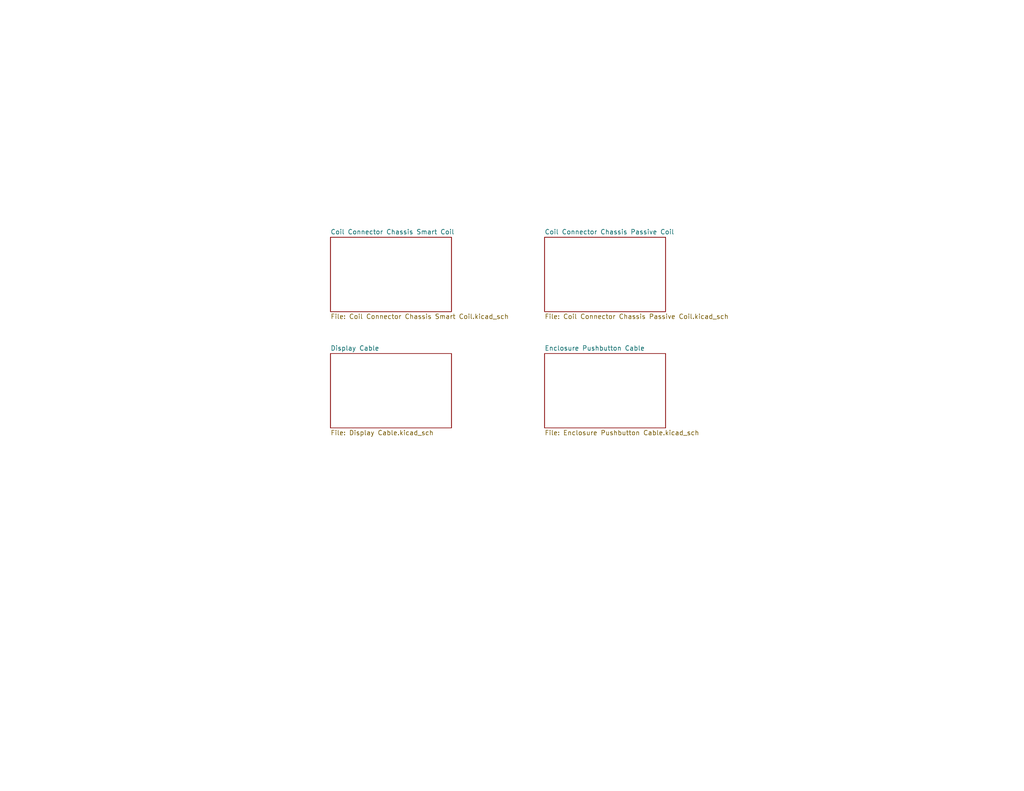
<source format=kicad_sch>
(kicad_sch
	(version 20231120)
	(generator "eeschema")
	(generator_version "8.0")
	(uuid "2f8a9c40-103e-4bf5-b088-48c82821a7e7")
	(paper "A")
	(title_block
		(title "Closed Loop Battery Charger Cabling")
		(date "2025-01-15")
		(rev "A")
		(company "Cosmiic")
	)
	(lib_symbols)
	(sheet
		(at 90.17 96.52)
		(size 33.02 20.32)
		(fields_autoplaced yes)
		(stroke
			(width 0.1524)
			(type solid)
		)
		(fill
			(color 0 0 0 0.0000)
		)
		(uuid "624eda27-f593-4017-b8e0-fe4f2732f9f7")
		(property "Sheetname" "Display Cable"
			(at 90.17 95.8084 0)
			(effects
				(font
					(size 1.27 1.27)
				)
				(justify left bottom)
			)
		)
		(property "Sheetfile" "Display Cable.kicad_sch"
			(at 90.17 117.4246 0)
			(effects
				(font
					(size 1.27 1.27)
				)
				(justify left top)
			)
		)
		(instances
			(project "CLBC Rev A Cables 250115"
				(path "/2f8a9c40-103e-4bf5-b088-48c82821a7e7"
					(page "3")
				)
			)
		)
	)
	(sheet
		(at 148.59 64.77)
		(size 33.02 20.32)
		(fields_autoplaced yes)
		(stroke
			(width 0.1524)
			(type solid)
		)
		(fill
			(color 0 0 0 0.0000)
		)
		(uuid "887c2bdc-7d85-4320-af43-24b3686b2d88")
		(property "Sheetname" "Coil Connector Chassis Passive Coil"
			(at 148.59 64.0584 0)
			(effects
				(font
					(size 1.27 1.27)
				)
				(justify left bottom)
			)
		)
		(property "Sheetfile" "Coil Connector Chassis Passive Coil.kicad_sch"
			(at 148.59 85.6746 0)
			(effects
				(font
					(size 1.27 1.27)
				)
				(justify left top)
			)
		)
		(instances
			(project "CLBC Rev A Cables 250115"
				(path "/2f8a9c40-103e-4bf5-b088-48c82821a7e7"
					(page "4")
				)
			)
		)
	)
	(sheet
		(at 148.59 96.52)
		(size 33.02 20.32)
		(fields_autoplaced yes)
		(stroke
			(width 0.1524)
			(type solid)
		)
		(fill
			(color 0 0 0 0.0000)
		)
		(uuid "ec4f347b-0248-4069-b714-34f321d62926")
		(property "Sheetname" "Enclosure Pushbutton Cable"
			(at 148.59 95.8084 0)
			(effects
				(font
					(size 1.27 1.27)
				)
				(justify left bottom)
			)
		)
		(property "Sheetfile" "Enclosure Pushbutton Cable.kicad_sch"
			(at 148.59 117.4246 0)
			(effects
				(font
					(size 1.27 1.27)
				)
				(justify left top)
			)
		)
		(instances
			(project "CLBC Rev A Cables 250115"
				(path "/2f8a9c40-103e-4bf5-b088-48c82821a7e7"
					(page "5")
				)
			)
		)
	)
	(sheet
		(at 90.17 64.77)
		(size 33.02 20.32)
		(fields_autoplaced yes)
		(stroke
			(width 0.1524)
			(type solid)
		)
		(fill
			(color 0 0 0 0.0000)
		)
		(uuid "f75e1b6a-cebc-42fc-a76b-aadc046db299")
		(property "Sheetname" "Coil Connector Chassis Smart Coil"
			(at 90.17 64.0584 0)
			(effects
				(font
					(size 1.27 1.27)
				)
				(justify left bottom)
			)
		)
		(property "Sheetfile" "Coil Connector Chassis Smart Coil.kicad_sch"
			(at 90.17 85.6746 0)
			(effects
				(font
					(size 1.27 1.27)
				)
				(justify left top)
			)
		)
		(instances
			(project "CLBC Rev A Cables 250115"
				(path "/2f8a9c40-103e-4bf5-b088-48c82821a7e7"
					(page "2")
				)
			)
		)
	)
	(sheet_instances
		(path "/"
			(page "1")
		)
	)
)

</source>
